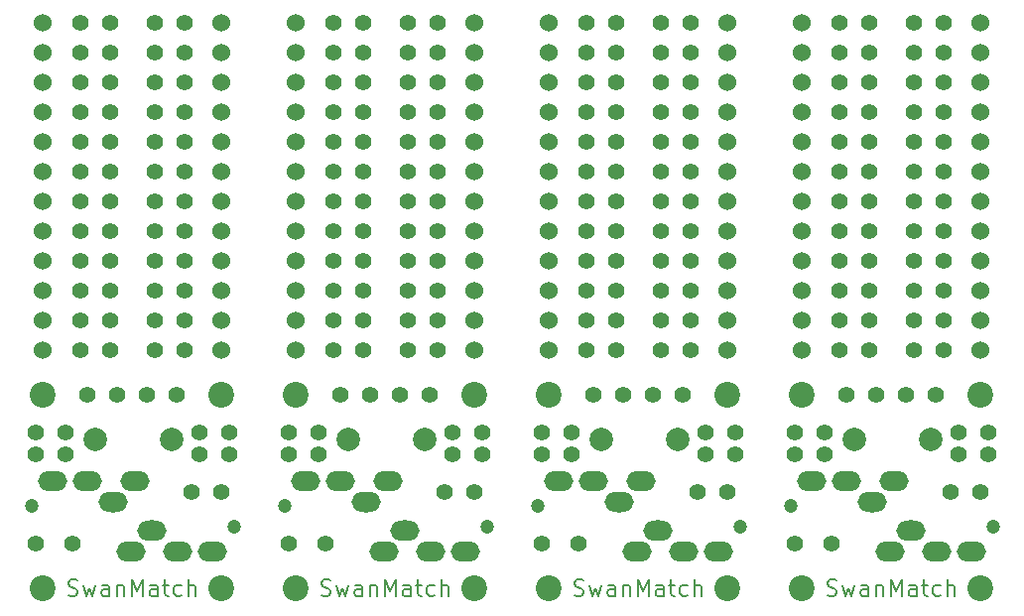
<source format=gts>
G04 #@! TF.GenerationSoftware,KiCad,Pcbnew,5.0.0-fee4fd1~66~ubuntu18.04.1*
G04 #@! TF.CreationDate,2018-10-17T03:13:26+09:00*
G04 #@! TF.ProjectId,MxLEDBit (___),4D784C45444269742028B3D4FC292E6B,1*
G04 #@! TF.SameCoordinates,Original*
G04 #@! TF.FileFunction,Soldermask,Top*
G04 #@! TF.FilePolarity,Negative*
%FSLAX46Y46*%
G04 Gerber Fmt 4.6, Leading zero omitted, Abs format (unit mm)*
G04 Created by KiCad (PCBNEW 5.0.0-fee4fd1~66~ubuntu18.04.1) date Wed Oct 17 03:13:26 2018*
%MOMM*%
%LPD*%
G01*
G04 APERTURE LIST*
%ADD10C,0.200000*%
%ADD11O,2.500000X1.700000*%
%ADD12C,1.200000*%
%ADD13C,1.397000*%
%ADD14C,2.200000*%
%ADD15C,1.524000*%
%ADD16C,2.000000*%
G04 APERTURE END LIST*
D10*
X160268333Y-97721666D02*
X160468333Y-97788333D01*
X160801666Y-97788333D01*
X160935000Y-97721666D01*
X161001666Y-97655000D01*
X161068333Y-97521666D01*
X161068333Y-97388333D01*
X161001666Y-97255000D01*
X160935000Y-97188333D01*
X160801666Y-97121666D01*
X160535000Y-97055000D01*
X160401666Y-96988333D01*
X160335000Y-96921666D01*
X160268333Y-96788333D01*
X160268333Y-96655000D01*
X160335000Y-96521666D01*
X160401666Y-96455000D01*
X160535000Y-96388333D01*
X160868333Y-96388333D01*
X161068333Y-96455000D01*
X161535000Y-96855000D02*
X161801666Y-97788333D01*
X162068333Y-97121666D01*
X162335000Y-97788333D01*
X162601666Y-96855000D01*
X163735000Y-97788333D02*
X163735000Y-97055000D01*
X163668333Y-96921666D01*
X163535000Y-96855000D01*
X163268333Y-96855000D01*
X163135000Y-96921666D01*
X163735000Y-97721666D02*
X163601666Y-97788333D01*
X163268333Y-97788333D01*
X163135000Y-97721666D01*
X163068333Y-97588333D01*
X163068333Y-97455000D01*
X163135000Y-97321666D01*
X163268333Y-97255000D01*
X163601666Y-97255000D01*
X163735000Y-97188333D01*
X164401666Y-96855000D02*
X164401666Y-97788333D01*
X164401666Y-96988333D02*
X164468333Y-96921666D01*
X164601666Y-96855000D01*
X164801666Y-96855000D01*
X164935000Y-96921666D01*
X165001666Y-97055000D01*
X165001666Y-97788333D01*
X165668333Y-97788333D02*
X165668333Y-96388333D01*
X166135000Y-97388333D01*
X166601666Y-96388333D01*
X166601666Y-97788333D01*
X167868333Y-97788333D02*
X167868333Y-97055000D01*
X167801666Y-96921666D01*
X167668333Y-96855000D01*
X167401666Y-96855000D01*
X167268333Y-96921666D01*
X167868333Y-97721666D02*
X167735000Y-97788333D01*
X167401666Y-97788333D01*
X167268333Y-97721666D01*
X167201666Y-97588333D01*
X167201666Y-97455000D01*
X167268333Y-97321666D01*
X167401666Y-97255000D01*
X167735000Y-97255000D01*
X167868333Y-97188333D01*
X168335000Y-96855000D02*
X168868333Y-96855000D01*
X168535000Y-96388333D02*
X168535000Y-97588333D01*
X168601666Y-97721666D01*
X168735000Y-97788333D01*
X168868333Y-97788333D01*
X169935000Y-97721666D02*
X169801666Y-97788333D01*
X169535000Y-97788333D01*
X169401666Y-97721666D01*
X169335000Y-97655000D01*
X169268333Y-97521666D01*
X169268333Y-97121666D01*
X169335000Y-96988333D01*
X169401666Y-96921666D01*
X169535000Y-96855000D01*
X169801666Y-96855000D01*
X169935000Y-96921666D01*
X170535000Y-97788333D02*
X170535000Y-96388333D01*
X171135000Y-97788333D02*
X171135000Y-97055000D01*
X171068333Y-96921666D01*
X170935000Y-96855000D01*
X170735000Y-96855000D01*
X170601666Y-96921666D01*
X170535000Y-96988333D01*
X138678333Y-97721666D02*
X138878333Y-97788333D01*
X139211666Y-97788333D01*
X139345000Y-97721666D01*
X139411666Y-97655000D01*
X139478333Y-97521666D01*
X139478333Y-97388333D01*
X139411666Y-97255000D01*
X139345000Y-97188333D01*
X139211666Y-97121666D01*
X138945000Y-97055000D01*
X138811666Y-96988333D01*
X138745000Y-96921666D01*
X138678333Y-96788333D01*
X138678333Y-96655000D01*
X138745000Y-96521666D01*
X138811666Y-96455000D01*
X138945000Y-96388333D01*
X139278333Y-96388333D01*
X139478333Y-96455000D01*
X139945000Y-96855000D02*
X140211666Y-97788333D01*
X140478333Y-97121666D01*
X140745000Y-97788333D01*
X141011666Y-96855000D01*
X142145000Y-97788333D02*
X142145000Y-97055000D01*
X142078333Y-96921666D01*
X141945000Y-96855000D01*
X141678333Y-96855000D01*
X141545000Y-96921666D01*
X142145000Y-97721666D02*
X142011666Y-97788333D01*
X141678333Y-97788333D01*
X141545000Y-97721666D01*
X141478333Y-97588333D01*
X141478333Y-97455000D01*
X141545000Y-97321666D01*
X141678333Y-97255000D01*
X142011666Y-97255000D01*
X142145000Y-97188333D01*
X142811666Y-96855000D02*
X142811666Y-97788333D01*
X142811666Y-96988333D02*
X142878333Y-96921666D01*
X143011666Y-96855000D01*
X143211666Y-96855000D01*
X143345000Y-96921666D01*
X143411666Y-97055000D01*
X143411666Y-97788333D01*
X144078333Y-97788333D02*
X144078333Y-96388333D01*
X144545000Y-97388333D01*
X145011666Y-96388333D01*
X145011666Y-97788333D01*
X146278333Y-97788333D02*
X146278333Y-97055000D01*
X146211666Y-96921666D01*
X146078333Y-96855000D01*
X145811666Y-96855000D01*
X145678333Y-96921666D01*
X146278333Y-97721666D02*
X146145000Y-97788333D01*
X145811666Y-97788333D01*
X145678333Y-97721666D01*
X145611666Y-97588333D01*
X145611666Y-97455000D01*
X145678333Y-97321666D01*
X145811666Y-97255000D01*
X146145000Y-97255000D01*
X146278333Y-97188333D01*
X146745000Y-96855000D02*
X147278333Y-96855000D01*
X146945000Y-96388333D02*
X146945000Y-97588333D01*
X147011666Y-97721666D01*
X147145000Y-97788333D01*
X147278333Y-97788333D01*
X148345000Y-97721666D02*
X148211666Y-97788333D01*
X147945000Y-97788333D01*
X147811666Y-97721666D01*
X147745000Y-97655000D01*
X147678333Y-97521666D01*
X147678333Y-97121666D01*
X147745000Y-96988333D01*
X147811666Y-96921666D01*
X147945000Y-96855000D01*
X148211666Y-96855000D01*
X148345000Y-96921666D01*
X148945000Y-97788333D02*
X148945000Y-96388333D01*
X149545000Y-97788333D02*
X149545000Y-97055000D01*
X149478333Y-96921666D01*
X149345000Y-96855000D01*
X149145000Y-96855000D01*
X149011666Y-96921666D01*
X148945000Y-96988333D01*
X117088333Y-97721666D02*
X117288333Y-97788333D01*
X117621666Y-97788333D01*
X117755000Y-97721666D01*
X117821666Y-97655000D01*
X117888333Y-97521666D01*
X117888333Y-97388333D01*
X117821666Y-97255000D01*
X117755000Y-97188333D01*
X117621666Y-97121666D01*
X117355000Y-97055000D01*
X117221666Y-96988333D01*
X117155000Y-96921666D01*
X117088333Y-96788333D01*
X117088333Y-96655000D01*
X117155000Y-96521666D01*
X117221666Y-96455000D01*
X117355000Y-96388333D01*
X117688333Y-96388333D01*
X117888333Y-96455000D01*
X118355000Y-96855000D02*
X118621666Y-97788333D01*
X118888333Y-97121666D01*
X119155000Y-97788333D01*
X119421666Y-96855000D01*
X120555000Y-97788333D02*
X120555000Y-97055000D01*
X120488333Y-96921666D01*
X120355000Y-96855000D01*
X120088333Y-96855000D01*
X119955000Y-96921666D01*
X120555000Y-97721666D02*
X120421666Y-97788333D01*
X120088333Y-97788333D01*
X119955000Y-97721666D01*
X119888333Y-97588333D01*
X119888333Y-97455000D01*
X119955000Y-97321666D01*
X120088333Y-97255000D01*
X120421666Y-97255000D01*
X120555000Y-97188333D01*
X121221666Y-96855000D02*
X121221666Y-97788333D01*
X121221666Y-96988333D02*
X121288333Y-96921666D01*
X121421666Y-96855000D01*
X121621666Y-96855000D01*
X121755000Y-96921666D01*
X121821666Y-97055000D01*
X121821666Y-97788333D01*
X122488333Y-97788333D02*
X122488333Y-96388333D01*
X122955000Y-97388333D01*
X123421666Y-96388333D01*
X123421666Y-97788333D01*
X124688333Y-97788333D02*
X124688333Y-97055000D01*
X124621666Y-96921666D01*
X124488333Y-96855000D01*
X124221666Y-96855000D01*
X124088333Y-96921666D01*
X124688333Y-97721666D02*
X124555000Y-97788333D01*
X124221666Y-97788333D01*
X124088333Y-97721666D01*
X124021666Y-97588333D01*
X124021666Y-97455000D01*
X124088333Y-97321666D01*
X124221666Y-97255000D01*
X124555000Y-97255000D01*
X124688333Y-97188333D01*
X125155000Y-96855000D02*
X125688333Y-96855000D01*
X125355000Y-96388333D02*
X125355000Y-97588333D01*
X125421666Y-97721666D01*
X125555000Y-97788333D01*
X125688333Y-97788333D01*
X126755000Y-97721666D02*
X126621666Y-97788333D01*
X126355000Y-97788333D01*
X126221666Y-97721666D01*
X126155000Y-97655000D01*
X126088333Y-97521666D01*
X126088333Y-97121666D01*
X126155000Y-96988333D01*
X126221666Y-96921666D01*
X126355000Y-96855000D01*
X126621666Y-96855000D01*
X126755000Y-96921666D01*
X127355000Y-97788333D02*
X127355000Y-96388333D01*
X127955000Y-97788333D02*
X127955000Y-97055000D01*
X127888333Y-96921666D01*
X127755000Y-96855000D01*
X127555000Y-96855000D01*
X127421666Y-96921666D01*
X127355000Y-96988333D01*
X95498333Y-97721666D02*
X95698333Y-97788333D01*
X96031666Y-97788333D01*
X96165000Y-97721666D01*
X96231666Y-97655000D01*
X96298333Y-97521666D01*
X96298333Y-97388333D01*
X96231666Y-97255000D01*
X96165000Y-97188333D01*
X96031666Y-97121666D01*
X95765000Y-97055000D01*
X95631666Y-96988333D01*
X95565000Y-96921666D01*
X95498333Y-96788333D01*
X95498333Y-96655000D01*
X95565000Y-96521666D01*
X95631666Y-96455000D01*
X95765000Y-96388333D01*
X96098333Y-96388333D01*
X96298333Y-96455000D01*
X96765000Y-96855000D02*
X97031666Y-97788333D01*
X97298333Y-97121666D01*
X97565000Y-97788333D01*
X97831666Y-96855000D01*
X98965000Y-97788333D02*
X98965000Y-97055000D01*
X98898333Y-96921666D01*
X98765000Y-96855000D01*
X98498333Y-96855000D01*
X98365000Y-96921666D01*
X98965000Y-97721666D02*
X98831666Y-97788333D01*
X98498333Y-97788333D01*
X98365000Y-97721666D01*
X98298333Y-97588333D01*
X98298333Y-97455000D01*
X98365000Y-97321666D01*
X98498333Y-97255000D01*
X98831666Y-97255000D01*
X98965000Y-97188333D01*
X99631666Y-96855000D02*
X99631666Y-97788333D01*
X99631666Y-96988333D02*
X99698333Y-96921666D01*
X99831666Y-96855000D01*
X100031666Y-96855000D01*
X100165000Y-96921666D01*
X100231666Y-97055000D01*
X100231666Y-97788333D01*
X100898333Y-97788333D02*
X100898333Y-96388333D01*
X101365000Y-97388333D01*
X101831666Y-96388333D01*
X101831666Y-97788333D01*
X103098333Y-97788333D02*
X103098333Y-97055000D01*
X103031666Y-96921666D01*
X102898333Y-96855000D01*
X102631666Y-96855000D01*
X102498333Y-96921666D01*
X103098333Y-97721666D02*
X102965000Y-97788333D01*
X102631666Y-97788333D01*
X102498333Y-97721666D01*
X102431666Y-97588333D01*
X102431666Y-97455000D01*
X102498333Y-97321666D01*
X102631666Y-97255000D01*
X102965000Y-97255000D01*
X103098333Y-97188333D01*
X103565000Y-96855000D02*
X104098333Y-96855000D01*
X103765000Y-96388333D02*
X103765000Y-97588333D01*
X103831666Y-97721666D01*
X103965000Y-97788333D01*
X104098333Y-97788333D01*
X105165000Y-97721666D02*
X105031666Y-97788333D01*
X104765000Y-97788333D01*
X104631666Y-97721666D01*
X104565000Y-97655000D01*
X104498333Y-97521666D01*
X104498333Y-97121666D01*
X104565000Y-96988333D01*
X104631666Y-96921666D01*
X104765000Y-96855000D01*
X105031666Y-96855000D01*
X105165000Y-96921666D01*
X105765000Y-97788333D02*
X105765000Y-96388333D01*
X106365000Y-97788333D02*
X106365000Y-97055000D01*
X106298333Y-96921666D01*
X106165000Y-96855000D01*
X105965000Y-96855000D01*
X105831666Y-96921666D01*
X105765000Y-96988333D01*
D11*
G04 #@! TO.C,JACK*
X172595000Y-93980000D03*
X169595000Y-93980000D03*
X165595000Y-93980000D03*
X164095000Y-89780000D03*
D12*
X174396400Y-91880000D03*
X167386000Y-91880000D03*
G04 #@! TD*
D11*
G04 #@! TO.C,JACK*
X151005000Y-93980000D03*
X148005000Y-93980000D03*
X144005000Y-93980000D03*
X142505000Y-89780000D03*
D12*
X152806400Y-91880000D03*
X145796000Y-91880000D03*
G04 #@! TD*
D11*
G04 #@! TO.C,JACK*
X129415000Y-93980000D03*
X126415000Y-93980000D03*
X122415000Y-93980000D03*
X120915000Y-89780000D03*
D12*
X131216400Y-91880000D03*
X124206000Y-91880000D03*
G04 #@! TD*
G04 #@! TO.C,JACK*
X164134000Y-90130000D03*
X157123600Y-90130000D03*
D11*
X167425000Y-92230000D03*
X165925000Y-88030000D03*
X161925000Y-88030000D03*
X158925000Y-88030000D03*
G04 #@! TD*
D12*
G04 #@! TO.C,JACK*
X142544000Y-90130000D03*
X135533600Y-90130000D03*
D11*
X145835000Y-92230000D03*
X144335000Y-88030000D03*
X140335000Y-88030000D03*
X137335000Y-88030000D03*
G04 #@! TD*
D12*
G04 #@! TO.C,JACK*
X120954000Y-90130000D03*
X113943600Y-90130000D03*
D11*
X124245000Y-92230000D03*
X122745000Y-88030000D03*
X118745000Y-88030000D03*
X115745000Y-88030000D03*
G04 #@! TD*
D13*
G04 #@! TO.C,A*
X170815000Y-88900000D03*
G04 #@! TD*
G04 #@! TO.C,A*
X149225000Y-88900000D03*
G04 #@! TD*
G04 #@! TO.C,A*
X127635000Y-88900000D03*
G04 #@! TD*
G04 #@! TO.C,P2*
X167640000Y-61595000D03*
G04 #@! TD*
G04 #@! TO.C,P2*
X146050000Y-61595000D03*
G04 #@! TD*
G04 #@! TO.C,P2*
X124460000Y-61595000D03*
G04 #@! TD*
G04 #@! TO.C,P2*
X161290000Y-76835000D03*
G04 #@! TD*
G04 #@! TO.C,P2*
X139700000Y-76835000D03*
G04 #@! TD*
G04 #@! TO.C,P2*
X118110000Y-76835000D03*
G04 #@! TD*
G04 #@! TO.C,P2*
X163830000Y-53975000D03*
G04 #@! TD*
G04 #@! TO.C,P2*
X142240000Y-53975000D03*
G04 #@! TD*
G04 #@! TO.C,P2*
X120650000Y-53975000D03*
G04 #@! TD*
G04 #@! TO.C,P2*
X170180000Y-51435000D03*
G04 #@! TD*
G04 #@! TO.C,P2*
X148590000Y-51435000D03*
G04 #@! TD*
G04 #@! TO.C,P2*
X127000000Y-51435000D03*
G04 #@! TD*
G04 #@! TO.C,DATA*
X157480000Y-93345000D03*
G04 #@! TD*
G04 #@! TO.C,DATA*
X135890000Y-93345000D03*
G04 #@! TD*
G04 #@! TO.C,DATA*
X114300000Y-93345000D03*
G04 #@! TD*
G04 #@! TO.C,P2*
X170180000Y-48895000D03*
G04 #@! TD*
G04 #@! TO.C,P2*
X148590000Y-48895000D03*
G04 #@! TD*
G04 #@! TO.C,P2*
X127000000Y-48895000D03*
G04 #@! TD*
G04 #@! TO.C,P2*
X163830000Y-48895000D03*
G04 #@! TD*
G04 #@! TO.C,P2*
X142240000Y-48895000D03*
G04 #@! TD*
G04 #@! TO.C,P2*
X120650000Y-48895000D03*
G04 #@! TD*
G04 #@! TO.C,P2*
X163830000Y-51435000D03*
G04 #@! TD*
G04 #@! TO.C,P2*
X142240000Y-51435000D03*
G04 #@! TD*
G04 #@! TO.C,P2*
X120650000Y-51435000D03*
G04 #@! TD*
G04 #@! TO.C,P2*
X170180000Y-53975000D03*
G04 #@! TD*
G04 #@! TO.C,P2*
X148590000Y-53975000D03*
G04 #@! TD*
G04 #@! TO.C,P2*
X127000000Y-53975000D03*
G04 #@! TD*
G04 #@! TO.C,P2*
X170180000Y-59055000D03*
G04 #@! TD*
G04 #@! TO.C,P2*
X148590000Y-59055000D03*
G04 #@! TD*
G04 #@! TO.C,P2*
X127000000Y-59055000D03*
G04 #@! TD*
D14*
G04 #@! TO.C,HOLE_M2*
X158115000Y-80645000D03*
G04 #@! TD*
G04 #@! TO.C,HOLE_M2*
X136525000Y-80645000D03*
G04 #@! TD*
G04 #@! TO.C,HOLE_M2*
X114935000Y-80645000D03*
G04 #@! TD*
D13*
G04 #@! TO.C,P2*
X167640000Y-56515000D03*
G04 #@! TD*
G04 #@! TO.C,P2*
X146050000Y-56515000D03*
G04 #@! TD*
G04 #@! TO.C,P2*
X124460000Y-56515000D03*
G04 #@! TD*
G04 #@! TO.C,A*
X160655000Y-93345000D03*
G04 #@! TD*
G04 #@! TO.C,A*
X139065000Y-93345000D03*
G04 #@! TD*
G04 #@! TO.C,A*
X117475000Y-93345000D03*
G04 #@! TD*
G04 #@! TO.C,DATA*
X173355000Y-88900000D03*
G04 #@! TD*
G04 #@! TO.C,DATA*
X151765000Y-88900000D03*
G04 #@! TD*
G04 #@! TO.C,DATA*
X130175000Y-88900000D03*
G04 #@! TD*
G04 #@! TO.C,P2*
X161290000Y-51435000D03*
G04 #@! TD*
G04 #@! TO.C,P2*
X139700000Y-51435000D03*
G04 #@! TD*
G04 #@! TO.C,P2*
X118110000Y-51435000D03*
G04 #@! TD*
D14*
G04 #@! TO.C,HOLE_M2*
X158115000Y-97155000D03*
G04 #@! TD*
G04 #@! TO.C,HOLE_M2*
X136525000Y-97155000D03*
G04 #@! TD*
G04 #@! TO.C,HOLE_M2*
X114935000Y-97155000D03*
G04 #@! TD*
D13*
G04 #@! TO.C,P2*
X170180000Y-69215000D03*
G04 #@! TD*
G04 #@! TO.C,P2*
X148590000Y-69215000D03*
G04 #@! TD*
G04 #@! TO.C,P2*
X127000000Y-69215000D03*
G04 #@! TD*
G04 #@! TO.C,P2*
X170180000Y-64135000D03*
G04 #@! TD*
G04 #@! TO.C,P2*
X148590000Y-64135000D03*
G04 #@! TD*
G04 #@! TO.C,P2*
X127000000Y-64135000D03*
G04 #@! TD*
G04 #@! TO.C,P2*
X170180000Y-61595000D03*
G04 #@! TD*
G04 #@! TO.C,P2*
X148590000Y-61595000D03*
G04 #@! TD*
G04 #@! TO.C,P2*
X127000000Y-61595000D03*
G04 #@! TD*
G04 #@! TO.C,P2*
X163830000Y-56515000D03*
G04 #@! TD*
G04 #@! TO.C,P2*
X142240000Y-56515000D03*
G04 #@! TD*
G04 #@! TO.C,P2*
X120650000Y-56515000D03*
G04 #@! TD*
G04 #@! TO.C,P2*
X161290000Y-56515000D03*
G04 #@! TD*
G04 #@! TO.C,P2*
X139700000Y-56515000D03*
G04 #@! TD*
G04 #@! TO.C,P2*
X118110000Y-56515000D03*
G04 #@! TD*
G04 #@! TO.C,P2*
X161290000Y-66675000D03*
G04 #@! TD*
G04 #@! TO.C,P2*
X139700000Y-66675000D03*
G04 #@! TD*
G04 #@! TO.C,P2*
X118110000Y-66675000D03*
G04 #@! TD*
G04 #@! TO.C,DT*
X167640000Y-51435000D03*
G04 #@! TD*
G04 #@! TO.C,DT*
X146050000Y-51435000D03*
G04 #@! TD*
G04 #@! TO.C,DT*
X124460000Y-51435000D03*
G04 #@! TD*
G04 #@! TO.C,P2*
X163830000Y-59055000D03*
G04 #@! TD*
G04 #@! TO.C,P2*
X142240000Y-59055000D03*
G04 #@! TD*
G04 #@! TO.C,P2*
X120650000Y-59055000D03*
G04 #@! TD*
G04 #@! TO.C,P2*
X161290000Y-48895000D03*
G04 #@! TD*
G04 #@! TO.C,P2*
X139700000Y-48895000D03*
G04 #@! TD*
G04 #@! TO.C,P2*
X118110000Y-48895000D03*
G04 #@! TD*
G04 #@! TO.C,P2*
X170180000Y-56515000D03*
G04 #@! TD*
G04 #@! TO.C,P2*
X148590000Y-56515000D03*
G04 #@! TD*
G04 #@! TO.C,P2*
X127000000Y-56515000D03*
G04 #@! TD*
D14*
G04 #@! TO.C,HOLE_M2*
X173355000Y-80645000D03*
G04 #@! TD*
G04 #@! TO.C,HOLE_M2*
X151765000Y-80645000D03*
G04 #@! TD*
G04 #@! TO.C,HOLE_M2*
X130175000Y-80645000D03*
G04 #@! TD*
D13*
G04 #@! TO.C,P2*
X167640000Y-53975000D03*
G04 #@! TD*
G04 #@! TO.C,P2*
X146050000Y-53975000D03*
G04 #@! TD*
G04 #@! TO.C,P2*
X124460000Y-53975000D03*
G04 #@! TD*
G04 #@! TO.C,P2*
X161290000Y-59055000D03*
G04 #@! TD*
G04 #@! TO.C,P2*
X139700000Y-59055000D03*
G04 #@! TD*
G04 #@! TO.C,P2*
X118110000Y-59055000D03*
G04 #@! TD*
G04 #@! TO.C,P2*
X163830000Y-61595000D03*
G04 #@! TD*
G04 #@! TO.C,P2*
X142240000Y-61595000D03*
G04 #@! TD*
G04 #@! TO.C,P2*
X120650000Y-61595000D03*
G04 #@! TD*
G04 #@! TO.C,P2*
X173990000Y-85725000D03*
G04 #@! TD*
G04 #@! TO.C,P2*
X152400000Y-85725000D03*
G04 #@! TD*
G04 #@! TO.C,P2*
X130810000Y-85725000D03*
G04 #@! TD*
G04 #@! TO.C,P2*
X170180000Y-71755000D03*
G04 #@! TD*
G04 #@! TO.C,P2*
X148590000Y-71755000D03*
G04 #@! TD*
G04 #@! TO.C,P2*
X127000000Y-71755000D03*
G04 #@! TD*
G04 #@! TO.C,P2*
X167640000Y-48895000D03*
G04 #@! TD*
G04 #@! TO.C,P2*
X146050000Y-48895000D03*
G04 #@! TD*
G04 #@! TO.C,P2*
X124460000Y-48895000D03*
G04 #@! TD*
G04 #@! TO.C,OLED*
X161925000Y-80645000D03*
X164465000Y-80645000D03*
X167005000Y-80645000D03*
X169545000Y-80645000D03*
G04 #@! TD*
G04 #@! TO.C,OLED*
X140335000Y-80645000D03*
X142875000Y-80645000D03*
X145415000Y-80645000D03*
X147955000Y-80645000D03*
G04 #@! TD*
G04 #@! TO.C,OLED*
X118745000Y-80645000D03*
X121285000Y-80645000D03*
X123825000Y-80645000D03*
X126365000Y-80645000D03*
G04 #@! TD*
D15*
G04 #@! TO.C,U2*
X173355000Y-48895000D03*
X173355000Y-51435000D03*
X173355000Y-53975000D03*
X173355000Y-56515000D03*
X173355000Y-59055000D03*
X173355000Y-61595000D03*
X173355000Y-64135000D03*
X173355000Y-66675000D03*
X173355000Y-69215000D03*
X173355000Y-71755000D03*
X173355000Y-74295000D03*
X173355000Y-76835000D03*
X158115000Y-76835000D03*
X158115000Y-74295000D03*
X158115000Y-71755000D03*
X158115000Y-69215000D03*
X158115000Y-66675000D03*
X158115000Y-64135000D03*
X158115000Y-61595000D03*
X158115000Y-59055000D03*
X158115000Y-56515000D03*
X158115000Y-53975000D03*
X158115000Y-51435000D03*
X158115000Y-48895000D03*
G04 #@! TD*
G04 #@! TO.C,U2*
X151765000Y-48895000D03*
X151765000Y-51435000D03*
X151765000Y-53975000D03*
X151765000Y-56515000D03*
X151765000Y-59055000D03*
X151765000Y-61595000D03*
X151765000Y-64135000D03*
X151765000Y-66675000D03*
X151765000Y-69215000D03*
X151765000Y-71755000D03*
X151765000Y-74295000D03*
X151765000Y-76835000D03*
X136525000Y-76835000D03*
X136525000Y-74295000D03*
X136525000Y-71755000D03*
X136525000Y-69215000D03*
X136525000Y-66675000D03*
X136525000Y-64135000D03*
X136525000Y-61595000D03*
X136525000Y-59055000D03*
X136525000Y-56515000D03*
X136525000Y-53975000D03*
X136525000Y-51435000D03*
X136525000Y-48895000D03*
G04 #@! TD*
G04 #@! TO.C,U2*
X130175000Y-48895000D03*
X130175000Y-51435000D03*
X130175000Y-53975000D03*
X130175000Y-56515000D03*
X130175000Y-59055000D03*
X130175000Y-61595000D03*
X130175000Y-64135000D03*
X130175000Y-66675000D03*
X130175000Y-69215000D03*
X130175000Y-71755000D03*
X130175000Y-74295000D03*
X130175000Y-76835000D03*
X114935000Y-76835000D03*
X114935000Y-74295000D03*
X114935000Y-71755000D03*
X114935000Y-69215000D03*
X114935000Y-66675000D03*
X114935000Y-64135000D03*
X114935000Y-61595000D03*
X114935000Y-59055000D03*
X114935000Y-56515000D03*
X114935000Y-53975000D03*
X114935000Y-51435000D03*
X114935000Y-48895000D03*
G04 #@! TD*
D13*
G04 #@! TO.C,P2*
X157480000Y-85725000D03*
G04 #@! TD*
G04 #@! TO.C,P2*
X135890000Y-85725000D03*
G04 #@! TD*
G04 #@! TO.C,P2*
X114300000Y-85725000D03*
G04 #@! TD*
G04 #@! TO.C,P2*
X160020000Y-85725000D03*
G04 #@! TD*
G04 #@! TO.C,P2*
X138430000Y-85725000D03*
G04 #@! TD*
G04 #@! TO.C,P2*
X116840000Y-85725000D03*
G04 #@! TD*
G04 #@! TO.C,P2*
X161290000Y-71755000D03*
G04 #@! TD*
G04 #@! TO.C,P2*
X139700000Y-71755000D03*
G04 #@! TD*
G04 #@! TO.C,P2*
X118110000Y-71755000D03*
G04 #@! TD*
G04 #@! TO.C,P2*
X167640000Y-59055000D03*
G04 #@! TD*
G04 #@! TO.C,P2*
X146050000Y-59055000D03*
G04 #@! TD*
G04 #@! TO.C,P2*
X124460000Y-59055000D03*
G04 #@! TD*
G04 #@! TO.C,P2*
X161290000Y-74295000D03*
G04 #@! TD*
G04 #@! TO.C,P2*
X139700000Y-74295000D03*
G04 #@! TD*
G04 #@! TO.C,P2*
X118110000Y-74295000D03*
G04 #@! TD*
G04 #@! TO.C,P2*
X161290000Y-53975000D03*
G04 #@! TD*
G04 #@! TO.C,P2*
X139700000Y-53975000D03*
G04 #@! TD*
G04 #@! TO.C,P2*
X118110000Y-53975000D03*
G04 #@! TD*
G04 #@! TO.C,P2*
X161290000Y-64135000D03*
G04 #@! TD*
G04 #@! TO.C,P2*
X139700000Y-64135000D03*
G04 #@! TD*
G04 #@! TO.C,P2*
X118110000Y-64135000D03*
G04 #@! TD*
G04 #@! TO.C,P2*
X157480000Y-83820000D03*
G04 #@! TD*
G04 #@! TO.C,P2*
X135890000Y-83820000D03*
G04 #@! TD*
G04 #@! TO.C,P2*
X114300000Y-83820000D03*
G04 #@! TD*
G04 #@! TO.C,P2*
X160020000Y-83820000D03*
G04 #@! TD*
G04 #@! TO.C,P2*
X138430000Y-83820000D03*
G04 #@! TD*
G04 #@! TO.C,P2*
X116840000Y-83820000D03*
G04 #@! TD*
G04 #@! TO.C,P2*
X170180000Y-76835000D03*
G04 #@! TD*
G04 #@! TO.C,P2*
X148590000Y-76835000D03*
G04 #@! TD*
G04 #@! TO.C,P2*
X127000000Y-76835000D03*
G04 #@! TD*
G04 #@! TO.C,P2*
X170180000Y-66675000D03*
G04 #@! TD*
G04 #@! TO.C,P2*
X148590000Y-66675000D03*
G04 #@! TD*
G04 #@! TO.C,P2*
X127000000Y-66675000D03*
G04 #@! TD*
G04 #@! TO.C,P2*
X170180000Y-74295000D03*
G04 #@! TD*
G04 #@! TO.C,P2*
X148590000Y-74295000D03*
G04 #@! TD*
G04 #@! TO.C,P2*
X127000000Y-74295000D03*
G04 #@! TD*
G04 #@! TO.C,P2*
X171450000Y-85725000D03*
G04 #@! TD*
G04 #@! TO.C,P2*
X149860000Y-85725000D03*
G04 #@! TD*
G04 #@! TO.C,P2*
X128270000Y-85725000D03*
G04 #@! TD*
G04 #@! TO.C,P2*
X171450000Y-83820000D03*
G04 #@! TD*
G04 #@! TO.C,P2*
X149860000Y-83820000D03*
G04 #@! TD*
G04 #@! TO.C,P2*
X128270000Y-83820000D03*
G04 #@! TD*
G04 #@! TO.C,P2*
X161290000Y-69215000D03*
G04 #@! TD*
G04 #@! TO.C,P2*
X139700000Y-69215000D03*
G04 #@! TD*
G04 #@! TO.C,P2*
X118110000Y-69215000D03*
G04 #@! TD*
G04 #@! TO.C,P2*
X161290000Y-61595000D03*
G04 #@! TD*
G04 #@! TO.C,P2*
X139700000Y-61595000D03*
G04 #@! TD*
G04 #@! TO.C,P2*
X118110000Y-61595000D03*
G04 #@! TD*
G04 #@! TO.C,P2*
X173990000Y-83820000D03*
G04 #@! TD*
G04 #@! TO.C,P2*
X152400000Y-83820000D03*
G04 #@! TD*
G04 #@! TO.C,P2*
X130810000Y-83820000D03*
G04 #@! TD*
G04 #@! TO.C,P2*
X163830000Y-76835000D03*
G04 #@! TD*
G04 #@! TO.C,P2*
X142240000Y-76835000D03*
G04 #@! TD*
G04 #@! TO.C,P2*
X120650000Y-76835000D03*
G04 #@! TD*
G04 #@! TO.C,P2*
X163830000Y-71755000D03*
G04 #@! TD*
G04 #@! TO.C,P2*
X142240000Y-71755000D03*
G04 #@! TD*
G04 #@! TO.C,P2*
X120650000Y-71755000D03*
G04 #@! TD*
G04 #@! TO.C,P2*
X163830000Y-74295000D03*
G04 #@! TD*
G04 #@! TO.C,P2*
X142240000Y-74295000D03*
G04 #@! TD*
G04 #@! TO.C,P2*
X120650000Y-74295000D03*
G04 #@! TD*
G04 #@! TO.C,P2*
X167640000Y-76835000D03*
G04 #@! TD*
G04 #@! TO.C,P2*
X146050000Y-76835000D03*
G04 #@! TD*
G04 #@! TO.C,P2*
X124460000Y-76835000D03*
G04 #@! TD*
G04 #@! TO.C,P2*
X167640000Y-74295000D03*
G04 #@! TD*
G04 #@! TO.C,P2*
X146050000Y-74295000D03*
G04 #@! TD*
G04 #@! TO.C,P2*
X124460000Y-74295000D03*
G04 #@! TD*
G04 #@! TO.C,P2*
X167640000Y-71755000D03*
G04 #@! TD*
G04 #@! TO.C,P2*
X146050000Y-71755000D03*
G04 #@! TD*
G04 #@! TO.C,P2*
X124460000Y-71755000D03*
G04 #@! TD*
G04 #@! TO.C,P2*
X167640000Y-64135000D03*
G04 #@! TD*
G04 #@! TO.C,P2*
X146050000Y-64135000D03*
G04 #@! TD*
G04 #@! TO.C,P2*
X124460000Y-64135000D03*
G04 #@! TD*
G04 #@! TO.C,P2*
X167640000Y-69215000D03*
G04 #@! TD*
G04 #@! TO.C,P2*
X146050000Y-69215000D03*
G04 #@! TD*
G04 #@! TO.C,P2*
X124460000Y-69215000D03*
G04 #@! TD*
G04 #@! TO.C,P2*
X167640000Y-66675000D03*
G04 #@! TD*
G04 #@! TO.C,P2*
X146050000Y-66675000D03*
G04 #@! TD*
G04 #@! TO.C,P2*
X124460000Y-66675000D03*
G04 #@! TD*
G04 #@! TO.C,P2*
X163830000Y-64135000D03*
G04 #@! TD*
G04 #@! TO.C,P2*
X142240000Y-64135000D03*
G04 #@! TD*
G04 #@! TO.C,P2*
X120650000Y-64135000D03*
G04 #@! TD*
G04 #@! TO.C,P2*
X163830000Y-66675000D03*
G04 #@! TD*
G04 #@! TO.C,P2*
X142240000Y-66675000D03*
G04 #@! TD*
G04 #@! TO.C,P2*
X120650000Y-66675000D03*
G04 #@! TD*
G04 #@! TO.C,P2*
X163830000Y-69215000D03*
G04 #@! TD*
G04 #@! TO.C,P2*
X142240000Y-69215000D03*
G04 #@! TD*
G04 #@! TO.C,P2*
X120650000Y-69215000D03*
G04 #@! TD*
D16*
G04 #@! TO.C,RESET1*
X169060000Y-84455000D03*
X162560000Y-84455000D03*
G04 #@! TD*
G04 #@! TO.C,RESET1*
X147470000Y-84455000D03*
X140970000Y-84455000D03*
G04 #@! TD*
G04 #@! TO.C,RESET1*
X125880000Y-84455000D03*
X119380000Y-84455000D03*
G04 #@! TD*
D14*
G04 #@! TO.C,HOLE_M2*
X173355000Y-97155000D03*
G04 #@! TD*
G04 #@! TO.C,HOLE_M2*
X151765000Y-97155000D03*
G04 #@! TD*
G04 #@! TO.C,HOLE_M2*
X130175000Y-97155000D03*
G04 #@! TD*
D12*
G04 #@! TO.C,JACK*
X102616000Y-91880000D03*
X109626400Y-91880000D03*
D11*
X99325000Y-89780000D03*
X100825000Y-93980000D03*
X104825000Y-93980000D03*
X107825000Y-93980000D03*
G04 #@! TD*
G04 #@! TO.C,JACK*
X94155000Y-88030000D03*
X97155000Y-88030000D03*
X101155000Y-88030000D03*
X102655000Y-92230000D03*
D12*
X92353600Y-90130000D03*
X99364000Y-90130000D03*
G04 #@! TD*
D14*
G04 #@! TO.C,HOLE_M2*
X93345000Y-97155000D03*
G04 #@! TD*
D16*
G04 #@! TO.C,RESET1*
X97790000Y-84455000D03*
X104290000Y-84455000D03*
G04 #@! TD*
D14*
G04 #@! TO.C,HOLE_M2*
X108585000Y-97155000D03*
G04 #@! TD*
G04 #@! TO.C,HOLE_M2*
X93345000Y-80645000D03*
G04 #@! TD*
G04 #@! TO.C,HOLE_M2*
X108585000Y-80645000D03*
G04 #@! TD*
D13*
G04 #@! TO.C,P2*
X96520000Y-48895000D03*
G04 #@! TD*
G04 #@! TO.C,P2*
X96520000Y-51435000D03*
G04 #@! TD*
G04 #@! TO.C,P2*
X96520000Y-53975000D03*
G04 #@! TD*
G04 #@! TO.C,P2*
X96520000Y-56515000D03*
G04 #@! TD*
G04 #@! TO.C,P2*
X96520000Y-59055000D03*
G04 #@! TD*
G04 #@! TO.C,P2*
X105410000Y-56515000D03*
G04 #@! TD*
G04 #@! TO.C,P2*
X105410000Y-51435000D03*
G04 #@! TD*
G04 #@! TO.C,P2*
X105410000Y-53975000D03*
G04 #@! TD*
G04 #@! TO.C,P2*
X105410000Y-59055000D03*
G04 #@! TD*
G04 #@! TO.C,P2*
X105410000Y-48895000D03*
G04 #@! TD*
G04 #@! TO.C,P2*
X105410000Y-61595000D03*
G04 #@! TD*
G04 #@! TO.C,P2*
X99060000Y-51435000D03*
G04 #@! TD*
G04 #@! TO.C,P2*
X99060000Y-56515000D03*
G04 #@! TD*
G04 #@! TO.C,P2*
X99060000Y-53975000D03*
G04 #@! TD*
G04 #@! TO.C,P2*
X99060000Y-48895000D03*
G04 #@! TD*
G04 #@! TO.C,P2*
X99060000Y-59055000D03*
G04 #@! TD*
G04 #@! TO.C,DT*
X102870000Y-51435000D03*
G04 #@! TD*
G04 #@! TO.C,P2*
X102870000Y-56515000D03*
G04 #@! TD*
G04 #@! TO.C,P2*
X102870000Y-53975000D03*
G04 #@! TD*
G04 #@! TO.C,P2*
X102870000Y-48895000D03*
G04 #@! TD*
G04 #@! TO.C,P2*
X102870000Y-61595000D03*
G04 #@! TD*
G04 #@! TO.C,P2*
X102870000Y-59055000D03*
G04 #@! TD*
G04 #@! TO.C,DATA*
X92710000Y-93345000D03*
G04 #@! TD*
G04 #@! TO.C,A*
X95885000Y-93345000D03*
G04 #@! TD*
G04 #@! TO.C,A*
X106045000Y-88900000D03*
G04 #@! TD*
G04 #@! TO.C,DATA*
X108585000Y-88900000D03*
G04 #@! TD*
D15*
G04 #@! TO.C,U2*
X93345000Y-48895000D03*
X93345000Y-51435000D03*
X93345000Y-53975000D03*
X93345000Y-56515000D03*
X93345000Y-59055000D03*
X93345000Y-61595000D03*
X93345000Y-64135000D03*
X93345000Y-66675000D03*
X93345000Y-69215000D03*
X93345000Y-71755000D03*
X93345000Y-74295000D03*
X93345000Y-76835000D03*
X108585000Y-76835000D03*
X108585000Y-74295000D03*
X108585000Y-71755000D03*
X108585000Y-69215000D03*
X108585000Y-66675000D03*
X108585000Y-64135000D03*
X108585000Y-61595000D03*
X108585000Y-59055000D03*
X108585000Y-56515000D03*
X108585000Y-53975000D03*
X108585000Y-51435000D03*
X108585000Y-48895000D03*
G04 #@! TD*
D13*
G04 #@! TO.C,P2*
X96520000Y-61595000D03*
G04 #@! TD*
G04 #@! TO.C,P2*
X96520000Y-64135000D03*
G04 #@! TD*
G04 #@! TO.C,P2*
X96520000Y-66675000D03*
G04 #@! TD*
G04 #@! TO.C,P2*
X96520000Y-69215000D03*
G04 #@! TD*
G04 #@! TO.C,P2*
X96520000Y-76835000D03*
G04 #@! TD*
G04 #@! TO.C,P2*
X96520000Y-71755000D03*
G04 #@! TD*
G04 #@! TO.C,P2*
X96520000Y-74295000D03*
G04 #@! TD*
G04 #@! TO.C,P2*
X105410000Y-76835000D03*
G04 #@! TD*
G04 #@! TO.C,P2*
X105410000Y-74295000D03*
G04 #@! TD*
G04 #@! TO.C,P2*
X105410000Y-71755000D03*
G04 #@! TD*
G04 #@! TO.C,P2*
X105410000Y-64135000D03*
G04 #@! TD*
G04 #@! TO.C,P2*
X105410000Y-69215000D03*
G04 #@! TD*
G04 #@! TO.C,P2*
X105410000Y-66675000D03*
G04 #@! TD*
G04 #@! TO.C,OLED*
X104775000Y-80645000D03*
X102235000Y-80645000D03*
X99695000Y-80645000D03*
X97155000Y-80645000D03*
G04 #@! TD*
G04 #@! TO.C,P2*
X95250000Y-83820000D03*
G04 #@! TD*
G04 #@! TO.C,P2*
X92710000Y-83820000D03*
G04 #@! TD*
G04 #@! TO.C,P2*
X95250000Y-85725000D03*
G04 #@! TD*
G04 #@! TO.C,P2*
X92710000Y-85725000D03*
G04 #@! TD*
G04 #@! TO.C,P2*
X109220000Y-83820000D03*
G04 #@! TD*
G04 #@! TO.C,P2*
X106680000Y-83820000D03*
G04 #@! TD*
G04 #@! TO.C,P2*
X106680000Y-85725000D03*
G04 #@! TD*
G04 #@! TO.C,P2*
X109220000Y-85725000D03*
G04 #@! TD*
G04 #@! TO.C,P2*
X99060000Y-61595000D03*
G04 #@! TD*
G04 #@! TO.C,P2*
X99060000Y-74295000D03*
G04 #@! TD*
G04 #@! TO.C,P2*
X99060000Y-71755000D03*
G04 #@! TD*
G04 #@! TO.C,P2*
X99060000Y-76835000D03*
G04 #@! TD*
G04 #@! TO.C,P2*
X99060000Y-69215000D03*
G04 #@! TD*
G04 #@! TO.C,P2*
X99060000Y-66675000D03*
G04 #@! TD*
G04 #@! TO.C,P2*
X99060000Y-64135000D03*
G04 #@! TD*
G04 #@! TO.C,P2*
X102870000Y-66675000D03*
G04 #@! TD*
G04 #@! TO.C,P2*
X102870000Y-69215000D03*
G04 #@! TD*
G04 #@! TO.C,P2*
X102870000Y-64135000D03*
G04 #@! TD*
G04 #@! TO.C,P2*
X102870000Y-71755000D03*
G04 #@! TD*
G04 #@! TO.C,P2*
X102870000Y-74295000D03*
G04 #@! TD*
G04 #@! TO.C,P2*
X102870000Y-76835000D03*
G04 #@! TD*
M02*

</source>
